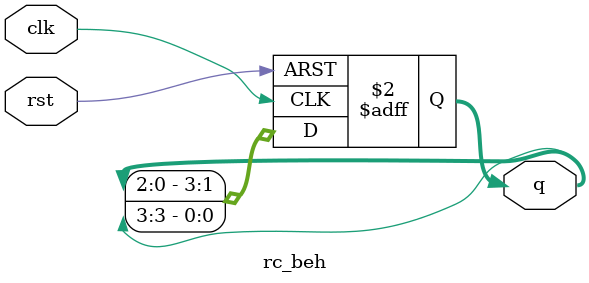
<source format=v>
module rc_beh (
    input clk,
    input rst,
    output reg [3:0] q
);

always @(posedge clk or posedge rst) begin
    if (rst)
        q <= 4'b0001;
    else
        q <= {q[2:0], q[3]};  // Left circular shift
end

endmodule
</source>
